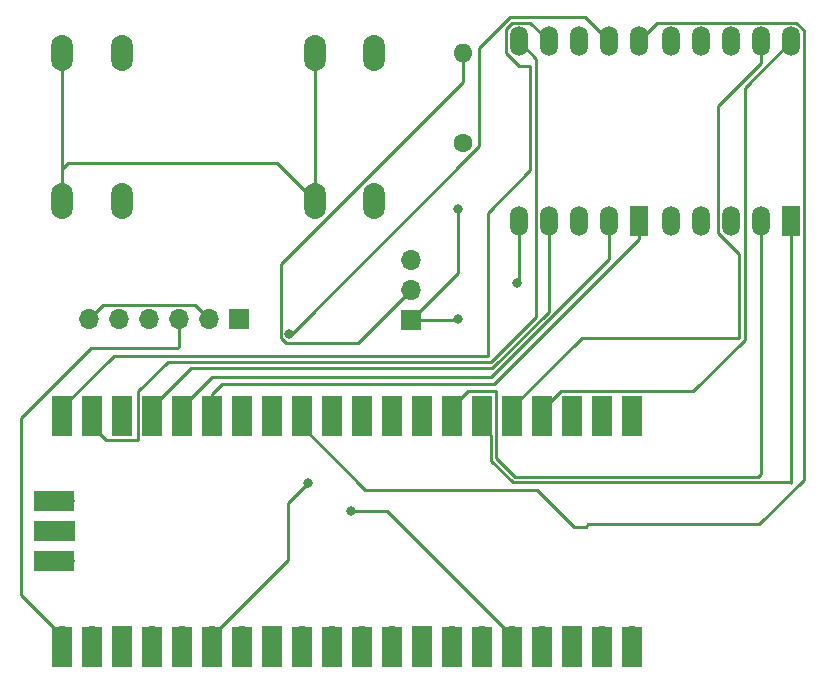
<source format=gbr>
%TF.GenerationSoftware,KiCad,Pcbnew,7.0.1*%
%TF.CreationDate,2025-03-04T19:41:26-05:00*%
%TF.ProjectId,front_panel,66726f6e-745f-4706-916e-656c2e6b6963,rev?*%
%TF.SameCoordinates,Original*%
%TF.FileFunction,Copper,L1,Top*%
%TF.FilePolarity,Positive*%
%FSLAX46Y46*%
G04 Gerber Fmt 4.6, Leading zero omitted, Abs format (unit mm)*
G04 Created by KiCad (PCBNEW 7.0.1) date 2025-03-04 19:41:26*
%MOMM*%
%LPD*%
G01*
G04 APERTURE LIST*
%TA.AperFunction,ComponentPad*%
%ADD10O,1.700000X1.700000*%
%TD*%
%TA.AperFunction,SMDPad,CuDef*%
%ADD11R,1.700000X3.500000*%
%TD*%
%TA.AperFunction,ComponentPad*%
%ADD12R,1.700000X1.700000*%
%TD*%
%TA.AperFunction,SMDPad,CuDef*%
%ADD13R,3.500000X1.700000*%
%TD*%
%TA.AperFunction,ComponentPad*%
%ADD14O,1.850000X3.048000*%
%TD*%
%TA.AperFunction,ComponentPad*%
%ADD15C,1.600000*%
%TD*%
%TA.AperFunction,ComponentPad*%
%ADD16O,1.600000X1.600000*%
%TD*%
%TA.AperFunction,ComponentPad*%
%ADD17O,1.524000X2.524000*%
%TD*%
%TA.AperFunction,ComponentPad*%
%ADD18R,1.524000X2.524000*%
%TD*%
%TA.AperFunction,ViaPad*%
%ADD19C,0.800000*%
%TD*%
%TA.AperFunction,Conductor*%
%ADD20C,0.250000*%
%TD*%
G04 APERTURE END LIST*
D10*
%TO.P,U3,1,GPIO0*%
%TO.N,Net-(U2-C)*%
X115840000Y-75100000D03*
D11*
X115840000Y-74200000D03*
D10*
%TO.P,U3,2,GPIO1*%
%TO.N,Net-(U2-DP)*%
X113300000Y-75100000D03*
D11*
X113300000Y-74200000D03*
D12*
%TO.P,U3,3,GND*%
%TO.N,Net-(J2-Pin_1)*%
X110760000Y-75100000D03*
D11*
X110760000Y-74200000D03*
D10*
%TO.P,U3,4,GPIO2*%
%TO.N,Net-(U2-G)*%
X108220000Y-75100000D03*
D11*
X108220000Y-74200000D03*
D10*
%TO.P,U3,5,GPIO3*%
%TO.N,Net-(U2-F)*%
X105680000Y-75100000D03*
D11*
X105680000Y-74200000D03*
D10*
%TO.P,U3,6,GPIO4*%
%TO.N,Net-(U2-E)*%
X103140000Y-75100000D03*
D11*
X103140000Y-74200000D03*
D10*
%TO.P,U3,7,GPIO5*%
%TO.N,Net-(U2-D)*%
X100600000Y-75100000D03*
D11*
X100600000Y-74200000D03*
D12*
%TO.P,U3,8,GND*%
%TO.N,unconnected-(U3-GND-Pad8)*%
X98060000Y-75100000D03*
D11*
X98060000Y-74200000D03*
D10*
%TO.P,U3,9,GPIO6*%
%TO.N,Net-(U2-B)*%
X95520000Y-75100000D03*
D11*
X95520000Y-74200000D03*
D10*
%TO.P,U3,10,GPIO7*%
%TO.N,Net-(U2-A)*%
X92980000Y-75100000D03*
D11*
X92980000Y-74200000D03*
D10*
%TO.P,U3,11,GPIO8*%
%TO.N,Net-(U1-DP)*%
X90440000Y-75100000D03*
D11*
X90440000Y-74200000D03*
D10*
%TO.P,U3,12,GPIO9*%
%TO.N,Net-(U1-G)*%
X87900000Y-75100000D03*
D11*
X87900000Y-74200000D03*
D12*
%TO.P,U3,13,GND*%
%TO.N,unconnected-(U3-GND-Pad13)*%
X85360000Y-75100000D03*
D11*
X85360000Y-74200000D03*
D10*
%TO.P,U3,14,GPIO10*%
%TO.N,Net-(U1-F)*%
X82820000Y-75100000D03*
D11*
X82820000Y-74200000D03*
D10*
%TO.P,U3,15,GPIO11*%
%TO.N,Net-(U1-E)*%
X80280000Y-75100000D03*
D11*
X80280000Y-74200000D03*
D10*
%TO.P,U3,16,GPIO12*%
%TO.N,Net-(U1-D)*%
X77740000Y-75100000D03*
D11*
X77740000Y-74200000D03*
D10*
%TO.P,U3,17,GPIO13*%
%TO.N,Net-(U1-C)*%
X75200000Y-75100000D03*
D11*
X75200000Y-74200000D03*
D12*
%TO.P,U3,18,GND*%
%TO.N,unconnected-(U3-GND-Pad18)*%
X72660000Y-75100000D03*
D11*
X72660000Y-74200000D03*
D10*
%TO.P,U3,19,GPIO14*%
%TO.N,Net-(U1-B)*%
X70120000Y-75100000D03*
D11*
X70120000Y-74200000D03*
D10*
%TO.P,U3,20,GPIO15*%
%TO.N,Net-(U1-A)*%
X67580000Y-75100000D03*
D11*
X67580000Y-74200000D03*
D10*
%TO.P,U3,21,GPIO16*%
%TO.N,Net-(J1-Pin_3)*%
X67580000Y-92880000D03*
D11*
X67580000Y-93780000D03*
D10*
%TO.P,U3,22,GPIO17*%
%TO.N,Net-(J1-Pin_4)*%
X70120000Y-92880000D03*
D11*
X70120000Y-93780000D03*
D12*
%TO.P,U3,23,GND*%
%TO.N,unconnected-(U3-GND-Pad23)*%
X72660000Y-92880000D03*
D11*
X72660000Y-93780000D03*
D10*
%TO.P,U3,24,GPIO18*%
%TO.N,unconnected-(U3-GPIO18-Pad24)*%
X75200000Y-92880000D03*
D11*
X75200000Y-93780000D03*
D10*
%TO.P,U3,25,GPIO19*%
%TO.N,unconnected-(U3-GPIO19-Pad25)*%
X77740000Y-92880000D03*
D11*
X77740000Y-93780000D03*
D10*
%TO.P,U3,26,GPIO20*%
%TO.N,Net-(U3-GPIO20)*%
X80280000Y-92880000D03*
D11*
X80280000Y-93780000D03*
D10*
%TO.P,U3,27,GPIO21*%
%TO.N,Net-(U3-GPIO21)*%
X82820000Y-92880000D03*
D11*
X82820000Y-93780000D03*
D12*
%TO.P,U3,28,GND*%
%TO.N,unconnected-(U3-GND-Pad28)*%
X85360000Y-92880000D03*
D11*
X85360000Y-93780000D03*
D10*
%TO.P,U3,29,GPIO22*%
%TO.N,Net-(J1-Pin_5)*%
X87900000Y-92880000D03*
D11*
X87900000Y-93780000D03*
D10*
%TO.P,U3,30,RUN*%
%TO.N,unconnected-(U3-RUN-Pad30)*%
X90440000Y-92880000D03*
D11*
X90440000Y-93780000D03*
D10*
%TO.P,U3,31,GPIO26_ADC0*%
%TO.N,unconnected-(U3-GPIO26_ADC0-Pad31)*%
X92980000Y-92880000D03*
D11*
X92980000Y-93780000D03*
D10*
%TO.P,U3,32,GPIO27_ADC1*%
%TO.N,unconnected-(U3-GPIO27_ADC1-Pad32)*%
X95520000Y-92880000D03*
D11*
X95520000Y-93780000D03*
D12*
%TO.P,U3,33,AGND*%
%TO.N,unconnected-(U3-AGND-Pad33)*%
X98060000Y-92880000D03*
D11*
X98060000Y-93780000D03*
D10*
%TO.P,U3,34,GPIO28_ADC2*%
%TO.N,unconnected-(U3-GPIO28_ADC2-Pad34)*%
X100600000Y-92880000D03*
D11*
X100600000Y-93780000D03*
D10*
%TO.P,U3,35,ADC_VREF*%
%TO.N,unconnected-(U3-ADC_VREF-Pad35)*%
X103140000Y-92880000D03*
D11*
X103140000Y-93780000D03*
D10*
%TO.P,U3,36,3V3*%
%TO.N,Net-(J2-Pin_3)*%
X105680000Y-92880000D03*
D11*
X105680000Y-93780000D03*
D10*
%TO.P,U3,37,3V3_EN*%
%TO.N,unconnected-(U3-3V3_EN-Pad37)*%
X108220000Y-92880000D03*
D11*
X108220000Y-93780000D03*
D12*
%TO.P,U3,38,GND*%
%TO.N,GND*%
X110760000Y-92880000D03*
D11*
X110760000Y-93780000D03*
D10*
%TO.P,U3,39,VSYS*%
%TO.N,unconnected-(U3-VSYS-Pad39)*%
X113300000Y-92880000D03*
D11*
X113300000Y-93780000D03*
D10*
%TO.P,U3,40,VBUS*%
%TO.N,+5V*%
X115840000Y-92880000D03*
D11*
X115840000Y-93780000D03*
D10*
%TO.P,U3,41,SWCLK*%
%TO.N,unconnected-(U3-SWCLK-Pad41)*%
X67810000Y-81450000D03*
D13*
X66910000Y-81450000D03*
D12*
%TO.P,U3,42,GND*%
%TO.N,unconnected-(U3-GND-Pad42)*%
X67810000Y-83990000D03*
D13*
X66910000Y-83990000D03*
D10*
%TO.P,U3,43,SWDIO*%
%TO.N,unconnected-(U3-SWDIO-Pad43)*%
X67810000Y-86530000D03*
D13*
X66910000Y-86530000D03*
%TD*%
D14*
%TO.P,SW2,1,1*%
%TO.N,Net-(U3-GPIO20)*%
X94000000Y-56000000D03*
X94000000Y-43500000D03*
%TO.P,SW2,2,2*%
%TO.N,Net-(J2-Pin_1)*%
X89000000Y-56000000D03*
X89000000Y-43500000D03*
%TD*%
D12*
%TO.P,J1,1,Pin_1*%
%TO.N,+5V*%
X82540000Y-66000000D03*
D10*
%TO.P,J1,2,Pin_2*%
%TO.N,GND*%
X80000000Y-66000000D03*
%TO.P,J1,3,Pin_3*%
%TO.N,Net-(J1-Pin_3)*%
X77460000Y-66000000D03*
%TO.P,J1,4,Pin_4*%
%TO.N,Net-(J1-Pin_4)*%
X74920000Y-66000000D03*
%TO.P,J1,5,Pin_5*%
%TO.N,Net-(J1-Pin_5)*%
X72380000Y-66000000D03*
%TO.P,J1,6,Pin_6*%
%TO.N,GND*%
X69840000Y-66000000D03*
%TD*%
D15*
%TO.P,R1,1*%
%TO.N,Net-(R1-Pad1)*%
X101500000Y-51120000D03*
D16*
%TO.P,R1,2*%
%TO.N,Net-(J2-Pin_2)*%
X101500000Y-43500000D03*
%TD*%
D12*
%TO.P,J2,1,Pin_1*%
%TO.N,Net-(J2-Pin_1)*%
X97100000Y-66080000D03*
D10*
%TO.P,J2,2,Pin_2*%
%TO.N,Net-(J2-Pin_2)*%
X97100000Y-63540000D03*
%TO.P,J2,3,Pin_3*%
%TO.N,Net-(J2-Pin_3)*%
X97100000Y-61000000D03*
%TD*%
D17*
%TO.P,U1,10,G*%
%TO.N,Net-(U1-G)*%
X116380000Y-42500000D03*
%TO.P,U1,9,F*%
%TO.N,Net-(U1-F)*%
X113840000Y-42500000D03*
%TO.P,U1,8,CC*%
%TO.N,Net-(R1-Pad1)*%
X111300000Y-42500000D03*
%TO.P,U1,7,A*%
%TO.N,Net-(U1-A)*%
X108760000Y-42500000D03*
%TO.P,U1,6,B*%
%TO.N,Net-(U1-B)*%
X106220000Y-42500000D03*
%TO.P,U1,5,DP*%
%TO.N,Net-(U1-DP)*%
X106220000Y-57740000D03*
%TO.P,U1,4,C*%
%TO.N,Net-(U1-C)*%
X108760000Y-57740000D03*
%TO.P,U1,3,CC*%
%TO.N,Net-(R1-Pad1)*%
X111300000Y-57740000D03*
%TO.P,U1,2,D*%
%TO.N,Net-(U1-D)*%
X113840000Y-57740000D03*
D18*
%TO.P,U1,1,E*%
%TO.N,Net-(U1-E)*%
X116380000Y-57740000D03*
%TD*%
%TO.P,U2,1,E*%
%TO.N,Net-(U2-E)*%
X129280000Y-57740000D03*
D17*
%TO.P,U2,2,D*%
%TO.N,Net-(U2-D)*%
X126740000Y-57740000D03*
%TO.P,U2,3,CC*%
%TO.N,Net-(R1-Pad1)*%
X124200000Y-57740000D03*
%TO.P,U2,4,C*%
%TO.N,Net-(U2-C)*%
X121660000Y-57740000D03*
%TO.P,U2,5,DP*%
%TO.N,Net-(U2-DP)*%
X119120000Y-57740000D03*
%TO.P,U2,6,B*%
%TO.N,Net-(U2-B)*%
X119120000Y-42500000D03*
%TO.P,U2,7,A*%
%TO.N,Net-(U2-A)*%
X121660000Y-42500000D03*
%TO.P,U2,8,CC*%
%TO.N,Net-(R1-Pad1)*%
X124200000Y-42500000D03*
%TO.P,U2,9,F*%
%TO.N,Net-(U2-F)*%
X126740000Y-42500000D03*
%TO.P,U2,10,G*%
%TO.N,Net-(U2-G)*%
X129280000Y-42500000D03*
%TD*%
D14*
%TO.P,SW1,1,1*%
%TO.N,Net-(U3-GPIO21)*%
X72600000Y-56000000D03*
X72600000Y-43500000D03*
%TO.P,SW1,2,2*%
%TO.N,Net-(J2-Pin_1)*%
X67600000Y-56000000D03*
X67600000Y-43500000D03*
%TD*%
D19*
%TO.N,Net-(U1-DP)*%
X106100000Y-63000000D03*
%TO.N,Net-(J2-Pin_1)*%
X101100000Y-56700000D03*
X101100000Y-66000000D03*
%TO.N,Net-(J2-Pin_3)*%
X92000000Y-82300000D03*
%TO.N,Net-(U3-GPIO20)*%
X88400000Y-79900000D03*
%TO.N,Net-(U1-F)*%
X86800000Y-67300000D03*
%TD*%
D20*
%TO.N,Net-(U1-G)*%
X107750000Y-80450000D02*
X93250000Y-80450000D01*
X110900000Y-83600000D02*
X107750000Y-80450000D01*
X93250000Y-80450000D02*
X87900000Y-75100000D01*
X111900000Y-83600000D02*
X110900000Y-83600000D01*
X112100000Y-83400000D02*
X111900000Y-83600000D01*
X126596396Y-83400000D02*
X112100000Y-83400000D01*
X129730250Y-40913000D02*
X130367000Y-41549750D01*
X130367000Y-41549750D02*
X130367000Y-79629396D01*
X130367000Y-79629396D02*
X126596396Y-83400000D01*
X116380000Y-42500000D02*
X117967000Y-40913000D01*
X117967000Y-40913000D02*
X129730250Y-40913000D01*
%TO.N,Net-(U2-E)*%
X129300000Y-57760000D02*
X129280000Y-57740000D01*
X103865000Y-78001396D02*
X105713604Y-79850000D01*
X105713604Y-79850000D02*
X129250000Y-79850000D01*
X103865000Y-75825000D02*
X103865000Y-78001396D01*
X129250000Y-79850000D02*
X129300000Y-79900000D01*
X103140000Y-75100000D02*
X103865000Y-75825000D01*
X129300000Y-79900000D02*
X129300000Y-57760000D01*
%TO.N,Net-(U1-DP)*%
X106220000Y-62880000D02*
X106100000Y-63000000D01*
X106220000Y-57740000D02*
X106220000Y-62880000D01*
%TO.N,Net-(U2-D)*%
X105900000Y-79400000D02*
X126500000Y-79400000D01*
X126740000Y-79160000D02*
X126740000Y-57740000D01*
X104315000Y-77815000D02*
X105900000Y-79400000D01*
X104315000Y-72125000D02*
X104315000Y-77815000D01*
X101965000Y-72125000D02*
X104315000Y-72125000D01*
X100600000Y-73490000D02*
X101965000Y-72125000D01*
X126500000Y-79400000D02*
X126740000Y-79160000D01*
X100600000Y-75100000D02*
X100600000Y-73490000D01*
%TO.N,GND*%
X78825000Y-64825000D02*
X80000000Y-66000000D01*
X71015000Y-64825000D02*
X78825000Y-64825000D01*
X69840000Y-66000000D02*
X71015000Y-64825000D01*
%TO.N,Net-(J2-Pin_1)*%
X67600000Y-43500000D02*
X67600000Y-56000000D01*
X68100000Y-52800000D02*
X67600000Y-53300000D01*
X85800000Y-52800000D02*
X68100000Y-52800000D01*
X67600000Y-53300000D02*
X67600000Y-56000000D01*
X89000000Y-56000000D02*
X85800000Y-52800000D01*
X89000000Y-56000000D02*
X89000000Y-43500000D01*
X101100000Y-62080000D02*
X101100000Y-56700000D01*
X97100000Y-66080000D02*
X101100000Y-62080000D01*
%TO.N,Net-(J2-Pin_2)*%
X86075000Y-67600305D02*
X86075000Y-61325000D01*
X101500000Y-45900000D02*
X101500000Y-43500000D01*
X86499695Y-68025000D02*
X86075000Y-67600305D01*
X92615000Y-68025000D02*
X86499695Y-68025000D01*
X86075000Y-61325000D02*
X101500000Y-45900000D01*
X97100000Y-63540000D02*
X92615000Y-68025000D01*
%TO.N,Net-(J2-Pin_1)*%
X101020000Y-66080000D02*
X101100000Y-66000000D01*
X97100000Y-66080000D02*
X101020000Y-66080000D01*
%TO.N,Net-(J2-Pin_3)*%
X95100000Y-82300000D02*
X92000000Y-82300000D01*
X105680000Y-92880000D02*
X95100000Y-82300000D01*
%TO.N,Net-(U3-GPIO20)*%
X86725000Y-81575000D02*
X88400000Y-79900000D01*
X86725000Y-86435000D02*
X86725000Y-81575000D01*
X80280000Y-92880000D02*
X86725000Y-86435000D01*
%TO.N,Net-(U1-F)*%
X102900000Y-51400000D02*
X87000000Y-67300000D01*
X105500604Y-40463000D02*
X102900000Y-43063604D01*
X87000000Y-67300000D02*
X86800000Y-67300000D01*
X102900000Y-43063604D02*
X102900000Y-51400000D01*
X111803000Y-40463000D02*
X105500604Y-40463000D01*
X113840000Y-42500000D02*
X111803000Y-40463000D01*
%TO.N,Net-(J1-Pin_3)*%
X77460000Y-68340000D02*
X77460000Y-66000000D01*
X64100000Y-74430000D02*
X70030000Y-68500000D01*
X77300000Y-68500000D02*
X77460000Y-68340000D01*
X70030000Y-68500000D02*
X77300000Y-68500000D01*
X64100000Y-89400000D02*
X64100000Y-74430000D01*
X67580000Y-92880000D02*
X64100000Y-89400000D01*
%TO.N,Net-(U1-A)*%
X107173000Y-40913000D02*
X108760000Y-42500000D01*
X105687000Y-40913000D02*
X107173000Y-40913000D01*
X105133000Y-41467000D02*
X105687000Y-40913000D01*
X105133000Y-43450250D02*
X105133000Y-41467000D01*
X106282750Y-44600000D02*
X105133000Y-43450250D01*
X107200000Y-44600000D02*
X106282750Y-44600000D01*
X107200000Y-53400000D02*
X107200000Y-44600000D01*
X103600000Y-57000000D02*
X107200000Y-53400000D01*
X103600000Y-69100000D02*
X103600000Y-57000000D01*
X71970000Y-69100000D02*
X103600000Y-69100000D01*
X67580000Y-73490000D02*
X71970000Y-69100000D01*
X67580000Y-75100000D02*
X67580000Y-73490000D01*
%TO.N,Net-(U1-B)*%
X107673000Y-43953000D02*
X106220000Y-42500000D01*
X107673000Y-65854208D02*
X107673000Y-43953000D01*
X103913604Y-69613604D02*
X107673000Y-65854208D01*
X76536396Y-69613604D02*
X103913604Y-69613604D01*
X74025000Y-72125000D02*
X76536396Y-69613604D01*
X74025000Y-76275000D02*
X74025000Y-72125000D01*
X71295000Y-76275000D02*
X74025000Y-76275000D01*
X70120000Y-75100000D02*
X71295000Y-76275000D01*
%TO.N,Net-(U1-C)*%
X108760000Y-65403604D02*
X108760000Y-57740000D01*
X78508198Y-70181802D02*
X103981802Y-70181802D01*
X75200000Y-73490000D02*
X78508198Y-70181802D01*
X103981802Y-70181802D02*
X108760000Y-65403604D01*
X75200000Y-75100000D02*
X75200000Y-73490000D01*
%TO.N,Net-(U1-D)*%
X77740000Y-73460000D02*
X77740000Y-75100000D01*
X80300000Y-70900000D02*
X77740000Y-73460000D01*
X103900000Y-70900000D02*
X80300000Y-70900000D01*
X113840000Y-60960000D02*
X103900000Y-70900000D01*
X113840000Y-57740000D02*
X113840000Y-60960000D01*
%TO.N,Net-(U1-E)*%
X80280000Y-72320000D02*
X80280000Y-75100000D01*
X104100000Y-71500000D02*
X81100000Y-71500000D01*
X116380000Y-59220000D02*
X104100000Y-71500000D01*
X81100000Y-71500000D02*
X80280000Y-72320000D01*
X116380000Y-57740000D02*
X116380000Y-59220000D01*
%TO.N,Net-(U2-F)*%
X123113000Y-47987000D02*
X126740000Y-44360000D01*
X123113000Y-58690250D02*
X123113000Y-47987000D01*
X126740000Y-44360000D02*
X126740000Y-44040000D01*
X124900000Y-60477250D02*
X123113000Y-58690250D01*
X124900000Y-67600000D02*
X124900000Y-60477250D01*
X111570000Y-67600000D02*
X124900000Y-67600000D01*
X105680000Y-73490000D02*
X111570000Y-67600000D01*
X105680000Y-75100000D02*
X105680000Y-73490000D01*
X126740000Y-44040000D02*
X126740000Y-42500000D01*
%TO.N,Net-(U2-G)*%
X108220000Y-73680000D02*
X108220000Y-75100000D01*
X109775000Y-72125000D02*
X108220000Y-73680000D01*
X121011396Y-72125000D02*
X109775000Y-72125000D01*
X125350000Y-46430000D02*
X125350000Y-67786396D01*
X129280000Y-42500000D02*
X125350000Y-46430000D01*
X125350000Y-67786396D02*
X121011396Y-72125000D01*
%TD*%
M02*

</source>
